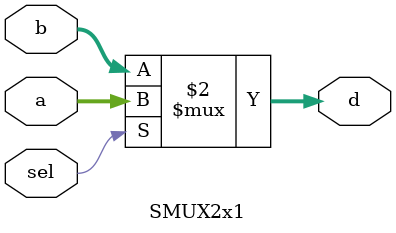
<source format=v>
`timescale 1ns / 1ps

module SMUX2x1 #(parameter DATAWIDTH = 8)(a, b, sel, d);
    input [DATAWIDTH-1:0] a, b;
    input sel;
    output reg [DATAWIDTH-1:0] d;

    always @(a, b, sel)
        d <= sel ? a : b;
endmodule

</source>
